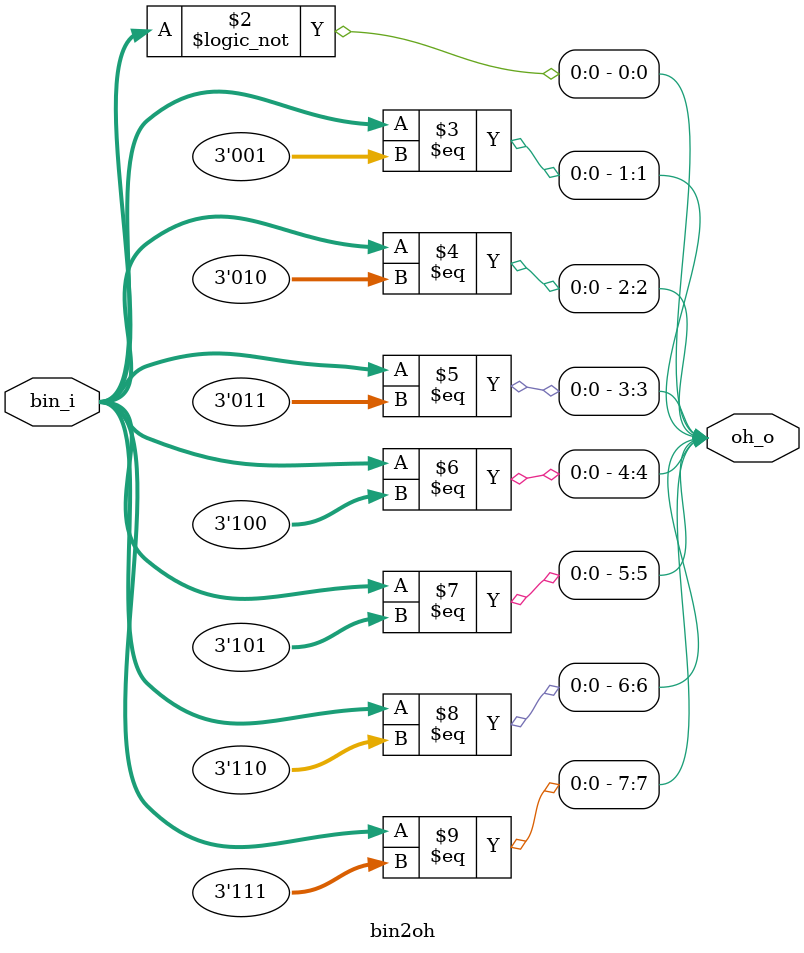
<source format=sv>
module bin2oh #(
  parameter OH_WIDTH  = 8
  )(
  input  logic[$clog2(OH_WIDTH)-1:0] bin_i,
  output logic[OH_WIDTH-1:0]         oh_o
  );

  //  binary to one-hot
  generate
    for(genvar i=0; i<OH_WIDTH; i++) begin: g_oh
      assign oh_o[i] = (bin_i == i);
    end
  endgenerate

endmodule

</source>
